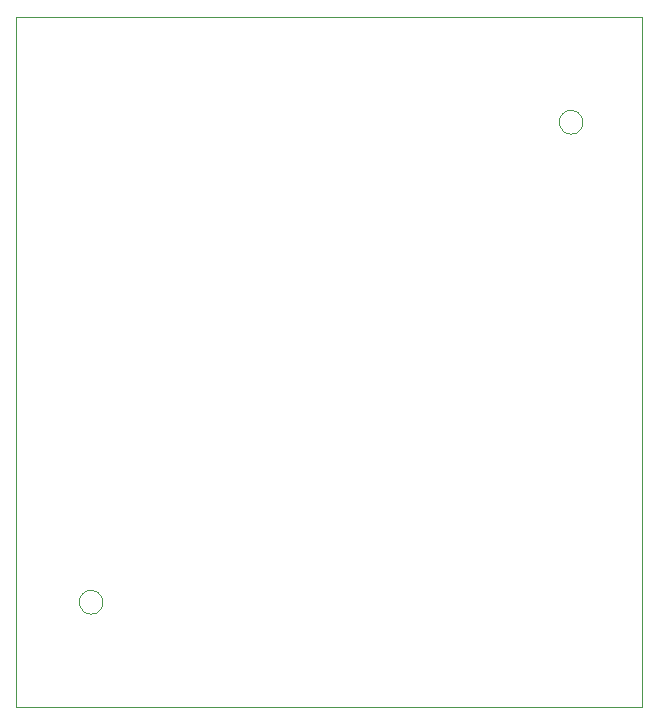
<source format=gtp>
G75*
%MOIN*%
%OFA0B0*%
%FSLAX24Y24*%
%IPPOS*%
%LPD*%
%AMOC8*
5,1,8,0,0,1.08239X$1,22.5*
%
%ADD10C,0.0000*%
D10*
X000100Y000140D02*
X000100Y023136D01*
X020970Y023136D01*
X020970Y000140D01*
X000100Y000140D01*
X002206Y003640D02*
X002208Y003679D01*
X002214Y003718D01*
X002224Y003756D01*
X002237Y003793D01*
X002254Y003828D01*
X002274Y003862D01*
X002298Y003893D01*
X002325Y003922D01*
X002354Y003948D01*
X002386Y003971D01*
X002420Y003991D01*
X002456Y004007D01*
X002493Y004019D01*
X002532Y004028D01*
X002571Y004033D01*
X002610Y004034D01*
X002649Y004031D01*
X002688Y004024D01*
X002725Y004013D01*
X002762Y003999D01*
X002797Y003981D01*
X002830Y003960D01*
X002861Y003935D01*
X002889Y003908D01*
X002914Y003878D01*
X002936Y003845D01*
X002955Y003811D01*
X002970Y003775D01*
X002982Y003737D01*
X002990Y003699D01*
X002994Y003660D01*
X002994Y003620D01*
X002990Y003581D01*
X002982Y003543D01*
X002970Y003505D01*
X002955Y003469D01*
X002936Y003435D01*
X002914Y003402D01*
X002889Y003372D01*
X002861Y003345D01*
X002830Y003320D01*
X002797Y003299D01*
X002762Y003281D01*
X002725Y003267D01*
X002688Y003256D01*
X002649Y003249D01*
X002610Y003246D01*
X002571Y003247D01*
X002532Y003252D01*
X002493Y003261D01*
X002456Y003273D01*
X002420Y003289D01*
X002386Y003309D01*
X002354Y003332D01*
X002325Y003358D01*
X002298Y003387D01*
X002274Y003418D01*
X002254Y003452D01*
X002237Y003487D01*
X002224Y003524D01*
X002214Y003562D01*
X002208Y003601D01*
X002206Y003640D01*
X018206Y019640D02*
X018208Y019679D01*
X018214Y019718D01*
X018224Y019756D01*
X018237Y019793D01*
X018254Y019828D01*
X018274Y019862D01*
X018298Y019893D01*
X018325Y019922D01*
X018354Y019948D01*
X018386Y019971D01*
X018420Y019991D01*
X018456Y020007D01*
X018493Y020019D01*
X018532Y020028D01*
X018571Y020033D01*
X018610Y020034D01*
X018649Y020031D01*
X018688Y020024D01*
X018725Y020013D01*
X018762Y019999D01*
X018797Y019981D01*
X018830Y019960D01*
X018861Y019935D01*
X018889Y019908D01*
X018914Y019878D01*
X018936Y019845D01*
X018955Y019811D01*
X018970Y019775D01*
X018982Y019737D01*
X018990Y019699D01*
X018994Y019660D01*
X018994Y019620D01*
X018990Y019581D01*
X018982Y019543D01*
X018970Y019505D01*
X018955Y019469D01*
X018936Y019435D01*
X018914Y019402D01*
X018889Y019372D01*
X018861Y019345D01*
X018830Y019320D01*
X018797Y019299D01*
X018762Y019281D01*
X018725Y019267D01*
X018688Y019256D01*
X018649Y019249D01*
X018610Y019246D01*
X018571Y019247D01*
X018532Y019252D01*
X018493Y019261D01*
X018456Y019273D01*
X018420Y019289D01*
X018386Y019309D01*
X018354Y019332D01*
X018325Y019358D01*
X018298Y019387D01*
X018274Y019418D01*
X018254Y019452D01*
X018237Y019487D01*
X018224Y019524D01*
X018214Y019562D01*
X018208Y019601D01*
X018206Y019640D01*
M02*

</source>
